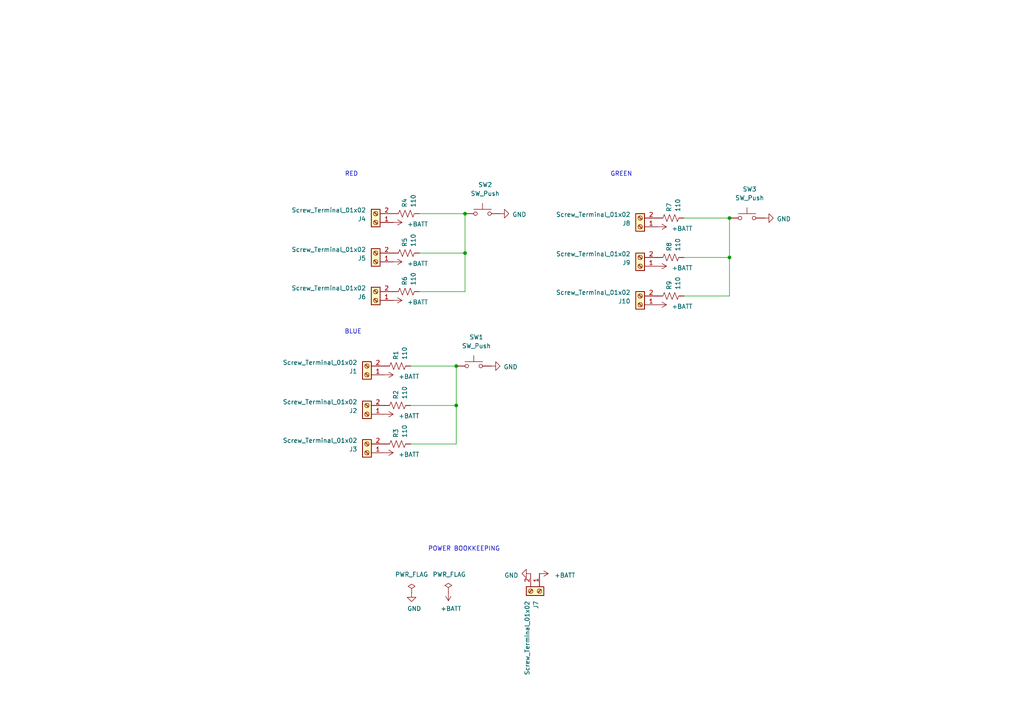
<source format=kicad_sch>
(kicad_sch (version 20210126) (generator eeschema)
  (paper "A4")
  (title_block (title "Hugo Box Board") (date "2021-03-04") (rev "1") (company "Jeff Larson"))
  (lib_symbols
    (symbol "Connector:Screw_Terminal_01x02" (pin_names (offset 1.016) hide)
      (property "Reference" "J" (at 0 2.54 0))
      (property "Value" "Screw_Terminal_01x02" (at 0 -5.08 0))
      (symbol "Screw_Terminal_01x02_1_1"
        (circle (center 0 -2.54) (radius 0.635) (stroke (width 0.1524)))
        (circle (center 0 0) (radius 0.635) (stroke (width 0.1524)))
        (rectangle (start -1.27 1.27) (end 1.27 -3.81) (stroke (width 0.254)) (fill (type background)))
        (polyline (pts (xy -0.5334 -2.2098) (xy 0.3302 -3.048)) (stroke (width 0.1524)))
        (polyline (pts (xy -0.5334 0.3302) (xy 0.3302 -0.508)) (stroke (width 0.1524)))
        (polyline (pts (xy -0.3556 -2.032) (xy 0.508 -2.8702)) (stroke (width 0.1524)))
        (polyline (pts (xy -0.3556 0.508) (xy 0.508 -0.3302)) (stroke (width 0.1524)))
        (pin passive line (at -5.08 0 0) (length 3.81) (name "Pin_1") (number "1"))
        (pin passive line (at -5.08 -2.54 0) (length 3.81) (name "Pin_2") (number "2"))
      )
    )
    (symbol "Device:R_US" (pin_numbers hide) (pin_names (offset 0))
      (property "Reference" "R" (at 2.54 0 90))
      (property "Value" "R_US" (at -2.54 0 90))
      (symbol "R_US_0_1"
        (polyline (pts (xy 0 -2.286) (xy 0 -2.54)))
        (polyline (pts (xy 0 2.286) (xy 0 2.54)))
        (polyline (pts (xy 0 -0.762) (xy 1.016 -1.143) (xy 0 -1.524) (xy -1.016 -1.905) (xy 0 -2.286)))
        (polyline (pts (xy 0 0.762) (xy 1.016 0.381) (xy 0 0) (xy -1.016 -0.381) (xy 0 -0.762)))
        (polyline (pts (xy 0 2.286) (xy 1.016 1.905) (xy 0 1.524) (xy -1.016 1.143) (xy 0 0.762)))
      )
      (symbol "R_US_1_1"
        (pin passive line (at 0 3.81 270) (length 1.27) (name "~") (number "1"))
        (pin passive line (at 0 -3.81 90) (length 1.27) (name "~") (number "2"))
      )
    )
    (symbol "Switch:SW_Push" (pin_numbers hide) (pin_names (offset 1.016) hide)
      (property "Reference" "SW" (at 1.27 2.54 0))
      (property "Value" "SW_Push" (at 0 -1.524 0))
      (symbol "SW_Push_0_1"
        (circle (center -2.032 0) (radius 0.508))
        (circle (center 2.032 0) (radius 0.508))
        (polyline (pts (xy 0 1.27) (xy 0 3.048)))
        (polyline (pts (xy 2.54 1.27) (xy -2.54 1.27)))
        (pin passive line (at -5.08 0 0) (length 2.54) (name "1") (number "1"))
        (pin passive line (at 5.08 0 180) (length 2.54) (name "2") (number "2"))
      )
    )
    (symbol "power:+BATT" (power) (pin_names (offset 0))
      (property "Value" "+BATT" (at 0 3.556 0))
      (symbol "+BATT_0_1"
        (polyline (pts (xy -0.762 1.27) (xy 0 2.54)))
        (polyline (pts (xy 0 0) (xy 0 2.54)))
        (polyline (pts (xy 0 2.54) (xy 0.762 1.27)))
      )
      (symbol "+BATT_1_1"
        (pin power_in line (at 0 0 90) (length 0) hide (name "+BATT") (number "1"))
      )
    )
    (symbol "power:GND" (power) (pin_names (offset 0))
      (property "Value" "GND" (at 0 -3.81 0))
      (symbol "GND_0_1"
        (polyline (pts (xy 0 0) (xy 0 -1.27) (xy 1.27 -1.27) (xy 0 -2.54) (xy -1.27 -1.27) (xy 0 -1.27)))
      )
      (symbol "GND_1_1"
        (pin power_in line (at 0 0 270) (length 0) hide (name "GND") (number "1"))
      )
    )
    (symbol "power:PWR_FLAG" (power) (pin_numbers hide) (pin_names (offset 0) hide)
      (property "Value" "PWR_FLAG" (at 0 3.81 0))
      (symbol "PWR_FLAG_0_0"
        (pin power_out line (at 0 0 90) (length 0) (name "pwr") (number "1"))
      )
      (symbol "PWR_FLAG_0_1"
        (polyline (pts (xy 0 0) (xy 0 1.27) (xy -1.016 1.905) (xy 0 2.54) (xy 1.016 1.905) (xy 0 1.27)))
      )
    )
  )
  (junction (at 132.334 106.172) (diameter 0.9144))
  (junction (at 132.334 117.602) (diameter 0.9144))
  (junction (at 134.874 61.976) (diameter 0.9144))
  (junction (at 134.874 73.406) (diameter 0.9144))
  (junction (at 211.582 63.246) (diameter 0.9144))
  (junction (at 211.582 74.676) (diameter 0.9144))
  (wire (pts (xy 119.126 106.172) (xy 132.334 106.172)))
  (wire (pts (xy 119.126 117.602) (xy 132.334 117.602)))
  (wire (pts (xy 121.666 61.976) (xy 134.874 61.976)))
  (wire (pts (xy 121.666 73.406) (xy 134.874 73.406)))
  (wire (pts (xy 132.334 106.172) (xy 132.334 117.602)))
  (wire (pts (xy 132.334 117.602) (xy 132.334 128.778)))
  (wire (pts (xy 132.334 128.778) (xy 119.126 128.778)))
  (wire (pts (xy 134.874 61.976) (xy 134.874 73.406)))
  (wire (pts (xy 134.874 73.406) (xy 134.874 84.582)))
  (wire (pts (xy 134.874 84.582) (xy 121.666 84.582)))
  (wire (pts (xy 198.374 63.246) (xy 211.582 63.246)))
  (wire (pts (xy 198.374 74.676) (xy 211.582 74.676)))
  (wire (pts (xy 211.582 63.246) (xy 211.582 74.676)))
  (wire (pts (xy 211.582 74.676) (xy 211.582 85.852)))
  (wire (pts (xy 211.582 85.852) (xy 198.374 85.852)))
  (text "RED" (at 103.886 51.308 180) (effects (font (size 1.27 1.27)) (justify right bottom)))
  (text "BLUE" (at 104.902 97.028 180) (effects (font (size 1.27 1.27)) (justify right bottom)))
  (text "POWER BOOKKEEPING" (at 145.034 160.02 180) (effects (font (size 1.27 1.27)) (justify right bottom)))
  (text "GREEN\n" (at 183.388 51.308 180) (effects (font (size 1.27 1.27)) (justify right bottom)))
  (symbol (lib_id "power:PWR_FLAG") (at 119.38 171.958 0) (unit 1)
    (property "Reference" "#FLG01" (effects hide))
    (property "Value" "PWR_FLAG" (at 119.38 166.624 0))
  )
  (symbol (lib_id "power:PWR_FLAG") (at 130.048 171.704 0) (unit 1)
    (property "Reference" "#FLG02" (effects hide))
    (property "Value" "PWR_FLAG" (at 130.302 166.624 0))
  )
  (symbol (lib_id "power:+BATT") (at 111.506 108.712 270) (unit 1)
    (property "Reference" "#PWR01" (effects hide))
    (property "Value" "+BATT" (at 115.57 109.22 90) (effects (justify left)))
  )
  (symbol (lib_id "power:+BATT") (at 111.506 120.142 270) (unit 1)
    (property "Reference" "#PWR02" (effects hide))
    (property "Value" "+BATT" (at 115.57 120.65 90) (effects (justify left)))
  )
  (symbol (lib_id "power:+BATT") (at 111.506 131.318 270) (unit 1)
    (property "Reference" "#PWR03" (effects hide))
    (property "Value" "+BATT" (at 115.57 131.826 90) (effects (justify left)))
  )
  (symbol (lib_id "power:+BATT") (at 114.046 64.516 270) (unit 1)
    (property "Reference" "#PWR04" (effects hide))
    (property "Value" "+BATT" (at 118.11 65.024 90) (effects (justify left)))
  )
  (symbol (lib_id "power:+BATT") (at 114.046 75.946 270) (unit 1)
    (property "Reference" "#PWR05" (effects hide))
    (property "Value" "+BATT" (at 118.11 76.454 90) (effects (justify left)))
  )
  (symbol (lib_id "power:+BATT") (at 114.046 87.122 270) (unit 1)
    (property "Reference" "#PWR06" (effects hide))
    (property "Value" "+BATT" (at 118.11 87.63 90) (effects (justify left)))
  )
  (symbol (lib_id "power:+BATT") (at 130.048 171.704 180) (unit 1)
    (property "Reference" "#PWR08" (effects hide))
    (property "Value" "+BATT" (at 130.81 176.53 0))
  )
  (symbol (lib_id "power:+BATT") (at 156.464 166.37 270) (unit 1)
    (property "Reference" "#PWR012" (effects hide))
    (property "Value" "+BATT" (at 160.782 166.878 90) (effects (justify left)))
  )
  (symbol (lib_id "power:+BATT") (at 190.754 65.786 270) (unit 1)
    (property "Reference" "#PWR013" (effects hide))
    (property "Value" "+BATT" (at 194.818 66.294 90) (effects (justify left)))
  )
  (symbol (lib_id "power:+BATT") (at 190.754 77.216 270) (unit 1)
    (property "Reference" "#PWR014" (effects hide))
    (property "Value" "+BATT" (at 194.818 77.724 90) (effects (justify left)))
  )
  (symbol (lib_id "power:+BATT") (at 190.754 88.392 270) (unit 1)
    (property "Reference" "#PWR015" (effects hide))
    (property "Value" "+BATT" (at 194.818 88.9 90) (effects (justify left)))
  )
  (symbol (lib_id "power:GND") (at 119.38 171.958 0) (unit 1)
    (property "Reference" "#PWR07" (effects hide))
    (property "Value" "GND" (at 120.142 176.53 0))
  )
  (symbol (lib_id "power:GND") (at 142.494 106.172 90) (unit 1)
    (property "Reference" "#PWR09" (effects hide))
    (property "Value" "GND" (at 146.05 106.426 90) (effects (justify right)))
  )
  (symbol (lib_id "power:GND") (at 145.034 61.976 90) (unit 1)
    (property "Reference" "#PWR010" (effects hide))
    (property "Value" "GND" (at 148.59 62.23 90) (effects (justify right)))
  )
  (symbol (lib_id "power:GND") (at 153.924 166.37 270) (unit 1)
    (property "Reference" "#PWR011" (effects hide))
    (property "Value" "GND" (at 150.368 166.878 90) (effects (justify right)))
  )
  (symbol (lib_id "power:GND") (at 221.742 63.246 90) (unit 1)
    (property "Reference" "#PWR016" (effects hide))
    (property "Value" "GND" (at 225.298 63.5 90) (effects (justify right)))
  )
  (symbol (lib_id "Device:R_US") (at 115.316 106.172 90) (unit 1)
    (property "Reference" "R1" (at 114.808 104.394 0) (effects (justify left)))
    (property "Value" "110" (at 117.348 104.394 0) (effects (justify left)))
    (property "Footprint" "Resistor_THT:R_Axial_DIN0204_L3.6mm_D1.6mm_P7.62mm_Horizontal" (effects hide))
  )
  (symbol (lib_id "Device:R_US") (at 115.316 117.602 90) (unit 1)
    (property "Reference" "R2" (at 114.808 115.824 0) (effects (justify left)))
    (property "Value" "110" (at 117.348 115.824 0) (effects (justify left)))
    (property "Footprint" "Resistor_THT:R_Axial_DIN0204_L3.6mm_D1.6mm_P7.62mm_Horizontal" (effects hide))
  )
  (symbol (lib_id "Device:R_US") (at 115.316 128.778 90) (unit 1)
    (property "Reference" "R3" (at 114.808 127 0) (effects (justify left)))
    (property "Value" "110" (at 117.348 127 0) (effects (justify left)))
    (property "Footprint" "Resistor_THT:R_Axial_DIN0204_L3.6mm_D1.6mm_P7.62mm_Horizontal" (effects hide))
  )
  (symbol (lib_id "Device:R_US") (at 117.856 61.976 90) (unit 1)
    (property "Reference" "R4" (at 117.348 60.198 0) (effects (justify left)))
    (property "Value" "110" (at 119.888 60.198 0) (effects (justify left)))
    (property "Footprint" "Resistor_THT:R_Axial_DIN0204_L3.6mm_D1.6mm_P7.62mm_Horizontal" (effects hide))
  )
  (symbol (lib_id "Device:R_US") (at 117.856 73.406 90) (unit 1)
    (property "Reference" "R5" (at 117.348 71.628 0) (effects (justify left)))
    (property "Value" "110" (at 119.888 71.628 0) (effects (justify left)))
    (property "Footprint" "Resistor_THT:R_Axial_DIN0204_L3.6mm_D1.6mm_P7.62mm_Horizontal" (effects hide))
  )
  (symbol (lib_id "Device:R_US") (at 117.856 84.582 90) (unit 1)
    (property "Reference" "R6" (at 117.348 82.804 0) (effects (justify left)))
    (property "Value" "110" (at 119.888 82.804 0) (effects (justify left)))
    (property "Footprint" "Resistor_THT:R_Axial_DIN0204_L3.6mm_D1.6mm_P7.62mm_Horizontal" (effects hide))
  )
  (symbol (lib_id "Device:R_US") (at 194.564 63.246 90) (unit 1)
    (property "Reference" "R7" (at 194.056 61.468 0) (effects (justify left)))
    (property "Value" "110" (at 196.596 61.468 0) (effects (justify left)))
    (property "Footprint" "Resistor_THT:R_Axial_DIN0204_L3.6mm_D1.6mm_P7.62mm_Horizontal" (effects hide))
  )
  (symbol (lib_id "Device:R_US") (at 194.564 74.676 90) (unit 1)
    (property "Reference" "R8" (at 194.056 72.898 0) (effects (justify left)))
    (property "Value" "110" (at 196.596 72.898 0) (effects (justify left)))
    (property "Footprint" "Resistor_THT:R_Axial_DIN0204_L3.6mm_D1.6mm_P7.62mm_Horizontal" (effects hide))
  )
  (symbol (lib_id "Device:R_US") (at 194.564 85.852 90) (unit 1)
    (property "Reference" "R9" (at 194.056 84.074 0) (effects (justify left)))
    (property "Value" "110" (at 196.596 84.074 0) (effects (justify left)))
    (property "Footprint" "Resistor_THT:R_Axial_DIN0204_L3.6mm_D1.6mm_P7.62mm_Horizontal" (effects hide))
  )
  (symbol (lib_id "Connector:Screw_Terminal_01x02") (at 106.426 108.712 180) (unit 1)
    (property "Reference" "J1" (at 103.632 107.696 0) (effects (justify left)))
    (property "Value" "Screw_Terminal_01x02" (at 103.632 105.156 0) (effects (justify left)))
    (property "Footprint" "TerminalBlock_4Ucon:TerminalBlock_4Ucon_1x02_P3.50mm_Vertical" (effects hide))
  )
  (symbol (lib_id "Connector:Screw_Terminal_01x02") (at 106.426 120.142 180) (unit 1)
    (property "Reference" "J2" (at 103.632 119.126 0) (effects (justify left)))
    (property "Value" "Screw_Terminal_01x02" (at 103.632 116.586 0) (effects (justify left)))
    (property "Footprint" "TerminalBlock_4Ucon:TerminalBlock_4Ucon_1x02_P3.50mm_Vertical" (effects hide))
  )
  (symbol (lib_id "Connector:Screw_Terminal_01x02") (at 106.426 131.318 180) (unit 1)
    (property "Reference" "J3" (at 103.632 130.302 0) (effects (justify left)))
    (property "Value" "Screw_Terminal_01x02" (at 103.632 127.762 0) (effects (justify left)))
    (property "Footprint" "TerminalBlock_4Ucon:TerminalBlock_4Ucon_1x02_P3.50mm_Vertical" (effects hide))
  )
  (symbol (lib_id "Connector:Screw_Terminal_01x02") (at 108.966 64.516 180) (unit 1)
    (property "Reference" "J4" (at 106.172 63.5 0) (effects (justify left)))
    (property "Value" "Screw_Terminal_01x02" (at 106.172 60.96 0) (effects (justify left)))
    (property "Footprint" "TerminalBlock_4Ucon:TerminalBlock_4Ucon_1x02_P3.50mm_Vertical" (effects hide))
  )
  (symbol (lib_id "Connector:Screw_Terminal_01x02") (at 108.966 75.946 180) (unit 1)
    (property "Reference" "J5" (at 106.172 74.93 0) (effects (justify left)))
    (property "Value" "Screw_Terminal_01x02" (at 106.172 72.39 0) (effects (justify left)))
    (property "Footprint" "TerminalBlock_4Ucon:TerminalBlock_4Ucon_1x02_P3.50mm_Vertical" (effects hide))
  )
  (symbol (lib_id "Connector:Screw_Terminal_01x02") (at 108.966 87.122 180) (unit 1)
    (property "Reference" "J6" (at 106.172 86.106 0) (effects (justify left)))
    (property "Value" "Screw_Terminal_01x02" (at 106.172 83.566 0) (effects (justify left)))
    (property "Footprint" "TerminalBlock_4Ucon:TerminalBlock_4Ucon_1x02_P3.50mm_Vertical" (effects hide))
  )
  (symbol (lib_id "Connector:Screw_Terminal_01x02") (at 156.464 171.45 270) (unit 1)
    (property "Reference" "J7" (at 155.448 174.244 0) (effects (justify left)))
    (property "Value" "Screw_Terminal_01x02" (at 152.908 174.244 0) (effects (justify left)))
    (property "Footprint" "Connector_JST:JST_PH_S2B-PH-K_1x02_P2.00mm_Horizontal" (effects hide))
  )
  (symbol (lib_id "Connector:Screw_Terminal_01x02") (at 185.674 65.786 180) (unit 1)
    (property "Reference" "J8" (at 182.88 64.77 0) (effects (justify left)))
    (property "Value" "Screw_Terminal_01x02" (at 182.88 62.23 0) (effects (justify left)))
    (property "Footprint" "TerminalBlock_4Ucon:TerminalBlock_4Ucon_1x02_P3.50mm_Vertical" (effects hide))
  )
  (symbol (lib_id "Connector:Screw_Terminal_01x02") (at 185.674 77.216 180) (unit 1)
    (property "Reference" "J9" (at 182.88 76.2 0) (effects (justify left)))
    (property "Value" "Screw_Terminal_01x02" (at 182.88 73.66 0) (effects (justify left)))
    (property "Footprint" "TerminalBlock_4Ucon:TerminalBlock_4Ucon_1x02_P3.50mm_Vertical" (effects hide))
  )
  (symbol (lib_id "Connector:Screw_Terminal_01x02") (at 185.674 88.392 180) (unit 1)
    (property "Reference" "J10" (at 182.88 87.376 0) (effects (justify left)))
    (property "Value" "Screw_Terminal_01x02" (at 182.88 84.836 0) (effects (justify left)))
    (property "Footprint" "TerminalBlock_4Ucon:TerminalBlock_4Ucon_1x02_P3.50mm_Vertical" (effects hide))
  )
  (symbol (lib_id "Switch:SW_Push") (at 137.414 106.172 0) (unit 1)
    (property "Reference" "SW1" (at 138.176 97.79 0))
    (property "Value" "SW_Push" (at 138.176 100.33 0))
    (property "Footprint" "TerminalBlock_4Ucon:TerminalBlock_4Ucon_1x02_P3.50mm_Vertical" (effects hide))
  )
  (symbol (lib_id "Switch:SW_Push") (at 139.954 61.976 0) (unit 1)
    (property "Reference" "SW2" (at 140.716 53.594 0))
    (property "Value" "SW_Push" (at 140.716 56.134 0))
    (property "Footprint" "TerminalBlock_4Ucon:TerminalBlock_4Ucon_1x02_P3.50mm_Vertical" (effects hide))
  )
  (symbol (lib_id "Switch:SW_Push") (at 216.662 63.246 0) (unit 1)
    (property "Reference" "SW3" (at 217.424 54.864 0))
    (property "Value" "SW_Push" (at 217.424 57.404 0))
    (property "Footprint" "TerminalBlock_4Ucon:TerminalBlock_4Ucon_1x02_P3.50mm_Vertical" (effects hide))
  )
)
</source>
